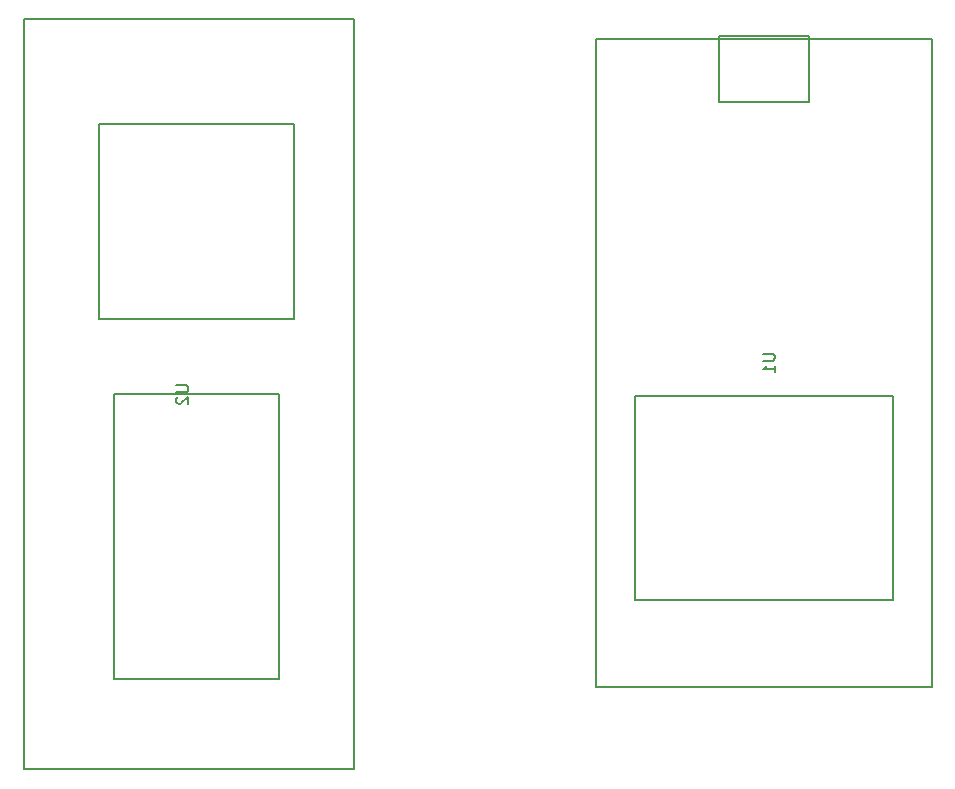
<source format=gbo>
G04 #@! TF.GenerationSoftware,KiCad,Pcbnew,5.0.2+dfsg1-1*
G04 #@! TF.CreationDate,2019-04-19T11:15:25+12:00*
G04 #@! TF.ProjectId,esp_sens,6573705f-7365-46e7-932e-6b696361645f,rev?*
G04 #@! TF.SameCoordinates,Original*
G04 #@! TF.FileFunction,Legend,Bot*
G04 #@! TF.FilePolarity,Positive*
%FSLAX46Y46*%
G04 Gerber Fmt 4.6, Leading zero omitted, Abs format (unit mm)*
G04 Created by KiCad (PCBNEW 5.0.2+dfsg1-1) date Fri 19 Apr 2019 11:15:25 NZST*
%MOMM*%
%LPD*%
G01*
G04 APERTURE LIST*
%ADD10C,0.150000*%
G04 APERTURE END LIST*
D10*
G04 #@! TO.C,U1*
X192246000Y-48577500D02*
X163798000Y-48577500D01*
X163798000Y-48577500D02*
X163798000Y-103441500D01*
X163798000Y-103441500D02*
X192246000Y-103441500D01*
X192246000Y-103441500D02*
X192246000Y-48577500D01*
X181832000Y-48323500D02*
X174212000Y-48323500D01*
X174212000Y-48323500D02*
X174212000Y-53911500D01*
X174212000Y-53911500D02*
X181832000Y-53911500D01*
X181832000Y-53911500D02*
X181832000Y-48323500D01*
X188944000Y-78803500D02*
X167100000Y-78803500D01*
X167100000Y-78803500D02*
X167100000Y-96075500D01*
X167100000Y-96075500D02*
X188944000Y-96075500D01*
X188944000Y-96075500D02*
X188944000Y-78803500D01*
G04 #@! TO.C,U2*
X138239500Y-72326500D02*
X121729500Y-72326500D01*
X121729500Y-72326500D02*
X121729500Y-55816500D01*
X121729500Y-55816500D02*
X138239500Y-55816500D01*
X138239500Y-55816500D02*
X138239500Y-72326500D01*
X136969500Y-102806500D02*
X122999500Y-102806500D01*
X122999500Y-102806500D02*
X122999500Y-78676500D01*
X122999500Y-78676500D02*
X136969500Y-78676500D01*
X136969500Y-78676500D02*
X136969500Y-102806500D01*
X115379500Y-110426500D02*
X143319500Y-110426500D01*
X143319500Y-110426500D02*
X143319500Y-46926500D01*
X143319500Y-46926500D02*
X115379500Y-46926500D01*
X115379500Y-46926500D02*
X115379500Y-110426500D01*
G04 #@! TO.C,U1*
X177974380Y-75247595D02*
X178783904Y-75247595D01*
X178879142Y-75295214D01*
X178926761Y-75342833D01*
X178974380Y-75438071D01*
X178974380Y-75628547D01*
X178926761Y-75723785D01*
X178879142Y-75771404D01*
X178783904Y-75819023D01*
X177974380Y-75819023D01*
X178974380Y-76819023D02*
X178974380Y-76247595D01*
X178974380Y-76533309D02*
X177974380Y-76533309D01*
X178117238Y-76438071D01*
X178212476Y-76342833D01*
X178260095Y-76247595D01*
G04 #@! TO.C,U2*
X128301880Y-77914595D02*
X129111404Y-77914595D01*
X129206642Y-77962214D01*
X129254261Y-78009833D01*
X129301880Y-78105071D01*
X129301880Y-78295547D01*
X129254261Y-78390785D01*
X129206642Y-78438404D01*
X129111404Y-78486023D01*
X128301880Y-78486023D01*
X128397119Y-78914595D02*
X128349500Y-78962214D01*
X128301880Y-79057452D01*
X128301880Y-79295547D01*
X128349500Y-79390785D01*
X128397119Y-79438404D01*
X128492357Y-79486023D01*
X128587595Y-79486023D01*
X128730452Y-79438404D01*
X129301880Y-78866976D01*
X129301880Y-79486023D01*
G04 #@! TD*
M02*

</source>
